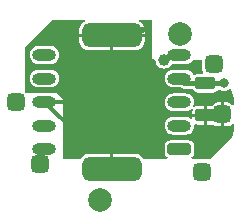
<source format=gtl>
G04 Layer_Physical_Order=1*
G04 Layer_Color=255*
%FSLAX25Y25*%
%MOIN*%
G70*
G01*
G75*
G04:AMPARAMS|DCode=10|XSize=196.85mil|YSize=78.74mil|CornerRadius=19.69mil|HoleSize=0mil|Usage=FLASHONLY|Rotation=180.000|XOffset=0mil|YOffset=0mil|HoleType=Round|Shape=RoundedRectangle|*
%AMROUNDEDRECTD10*
21,1,0.19685,0.03937,0,0,180.0*
21,1,0.15748,0.07874,0,0,180.0*
1,1,0.03937,-0.07874,0.01969*
1,1,0.03937,0.07874,0.01969*
1,1,0.03937,0.07874,-0.01969*
1,1,0.03937,-0.07874,-0.01969*
%
%ADD10ROUNDEDRECTD10*%
%ADD11O,0.07874X0.03937*%
G04:AMPARAMS|DCode=12|XSize=39.37mil|YSize=78.74mil|CornerRadius=9.84mil|HoleSize=0mil|Usage=FLASHONLY|Rotation=90.000|XOffset=0mil|YOffset=0mil|HoleType=Round|Shape=RoundedRectangle|*
%AMROUNDEDRECTD12*
21,1,0.03937,0.05906,0,0,90.0*
21,1,0.01969,0.07874,0,0,90.0*
1,1,0.01969,0.02953,0.00984*
1,1,0.01969,0.02953,-0.00984*
1,1,0.01969,-0.02953,-0.00984*
1,1,0.01969,-0.02953,0.00984*
%
%ADD12ROUNDEDRECTD12*%
G04:AMPARAMS|DCode=13|XSize=66.93mil|YSize=43.31mil|CornerRadius=10.83mil|HoleSize=0mil|Usage=FLASHONLY|Rotation=0.000|XOffset=0mil|YOffset=0mil|HoleType=Round|Shape=RoundedRectangle|*
%AMROUNDEDRECTD13*
21,1,0.06693,0.02165,0,0,0.0*
21,1,0.04528,0.04331,0,0,0.0*
1,1,0.02165,0.02264,-0.01083*
1,1,0.02165,-0.02264,-0.01083*
1,1,0.02165,-0.02264,0.01083*
1,1,0.02165,0.02264,0.01083*
%
%ADD13ROUNDEDRECTD13*%
%ADD14C,0.01181*%
%ADD15C,0.01575*%
G04:AMPARAMS|DCode=16|XSize=59.06mil|YSize=59.06mil|CornerRadius=14.76mil|HoleSize=0mil|Usage=FLASHONLY|Rotation=0.000|XOffset=0mil|YOffset=0mil|HoleType=Round|Shape=RoundedRectangle|*
%AMROUNDEDRECTD16*
21,1,0.05906,0.02953,0,0,0.0*
21,1,0.02953,0.05906,0,0,0.0*
1,1,0.02953,0.01476,-0.01476*
1,1,0.02953,-0.01476,-0.01476*
1,1,0.02953,-0.01476,0.01476*
1,1,0.02953,0.01476,0.01476*
%
%ADD16ROUNDEDRECTD16*%
%ADD17C,0.07874*%
%ADD18C,0.03150*%
%ADD19C,0.02362*%
%ADD20C,0.03937*%
G36*
X11811Y18406D02*
X12529Y18390D01*
X12770Y18110D01*
X12871Y17339D01*
X13169Y16621D01*
X13642Y16004D01*
X14259Y15531D01*
X14977Y15234D01*
X15748Y15132D01*
X16519Y15234D01*
X17237Y15531D01*
X17854Y16004D01*
X18327Y16621D01*
X18409Y16818D01*
X18896Y16754D01*
X22833D01*
X23604Y16856D01*
X24322Y17153D01*
X24939Y17626D01*
X25319Y18122D01*
X28397Y18057D01*
Y15157D01*
X28588Y14197D01*
X28808Y13867D01*
X28572Y13426D01*
X27264D01*
X26457Y13266D01*
X26089Y13020D01*
X25475Y13194D01*
X25412Y13346D01*
X24939Y13963D01*
X24322Y14436D01*
X23604Y14734D01*
X22833Y14836D01*
X18896D01*
X18125Y14734D01*
X17406Y14436D01*
X16790Y13963D01*
X16316Y13346D01*
X16019Y12628D01*
X15917Y11857D01*
X16019Y11086D01*
X16316Y10368D01*
X16790Y9751D01*
X17406Y9278D01*
X18125Y8980D01*
X18896Y8879D01*
X21328D01*
X21794Y8567D01*
X22485Y8430D01*
X25300D01*
X25317Y8347D01*
X25774Y7663D01*
X26457Y7207D01*
X27264Y7046D01*
X31791D01*
X32598Y7207D01*
X33281Y7663D01*
X33558Y8077D01*
X33562Y8081D01*
X34172Y8197D01*
X34190Y8191D01*
X34438Y8001D01*
X35060Y7743D01*
X35728Y7655D01*
X36396Y7743D01*
X37019Y8001D01*
X37554Y8411D01*
X37572Y8435D01*
X38064Y8344D01*
X39075Y4921D01*
Y3053D01*
X38575Y2901D01*
X38399Y3163D01*
X37580Y3711D01*
X36614Y3903D01*
X35638D01*
Y-98D01*
Y-4100D01*
X36614D01*
X37580Y-3907D01*
X38399Y-3360D01*
X38575Y-3098D01*
X39075Y-3250D01*
Y-4525D01*
X38948Y-5380D01*
X38335Y-7826D01*
X37402Y-8760D01*
X31201Y-14961D01*
X24955D01*
X24803Y-14461D01*
X25236Y-14171D01*
X25671Y-13520D01*
X25824Y-12752D01*
Y-10784D01*
X25671Y-10015D01*
X25236Y-9364D01*
X24585Y-8929D01*
X23817Y-8776D01*
X17911D01*
X17143Y-8929D01*
X16492Y-9364D01*
X16057Y-10015D01*
X15904Y-10784D01*
Y-12752D01*
X16057Y-13520D01*
X16492Y-14171D01*
X16925Y-14461D01*
X16774Y-14961D01*
X8897D01*
X8831Y-14802D01*
X8355Y-14182D01*
X7735Y-13706D01*
X7013Y-13407D01*
X6238Y-13305D01*
X-1136D01*
Y-18268D01*
X-2136D01*
Y-13305D01*
X-9510D01*
X-10285Y-13407D01*
X-11007Y-13706D01*
X-11627Y-14182D01*
X-12103Y-14802D01*
X-12168Y-14961D01*
X-18110D01*
Y5118D01*
X-19980Y6988D01*
X-30311D01*
X-30509Y7286D01*
X-30610Y7353D01*
Y22244D01*
X-21358Y31496D01*
X-10618D01*
X-10519Y30996D01*
X-11007Y30794D01*
X-11627Y30318D01*
X-12103Y29698D01*
X-12402Y28976D01*
X-12504Y28201D01*
Y26732D01*
X-1636D01*
X9232D01*
Y28201D01*
X9130Y28976D01*
X8831Y29698D01*
X8355Y30318D01*
X7735Y30794D01*
X7247Y30996D01*
X7346Y31496D01*
X11811D01*
Y18406D01*
D02*
G37*
%LPC*%
G36*
X22833Y6961D02*
X18896D01*
X18125Y6859D01*
X17406Y6561D01*
X16790Y6088D01*
X16316Y5471D01*
X16019Y4753D01*
X15917Y3982D01*
X16019Y3211D01*
X16316Y2493D01*
X16790Y1876D01*
X17406Y1403D01*
X18125Y1106D01*
X18896Y1004D01*
X22833D01*
X23604Y1106D01*
X24322Y1403D01*
X24939Y1876D01*
X25034Y2001D01*
X25441Y1710D01*
X25302Y1502D01*
X25140Y689D01*
Y106D01*
X29028D01*
Y2812D01*
X27264D01*
X26451Y2651D01*
X25819Y2229D01*
X25526Y2419D01*
X25423Y2519D01*
X25709Y3211D01*
X25811Y3982D01*
X25709Y4753D01*
X25412Y5471D01*
X24939Y6088D01*
X24322Y6561D01*
X23604Y6859D01*
X22833Y6961D01*
D02*
G37*
G36*
X29028Y-894D02*
X25140D01*
Y-1311D01*
X24771Y-1544D01*
X24651Y-1566D01*
X24322Y-1314D01*
X23604Y-1016D01*
X22833Y-915D01*
X18896D01*
X18125Y-1016D01*
X17406Y-1314D01*
X16790Y-1787D01*
X16316Y-2404D01*
X16019Y-3122D01*
X15917Y-3893D01*
X16019Y-4664D01*
X16316Y-5382D01*
X16790Y-5999D01*
X17406Y-6472D01*
X18125Y-6769D01*
X18896Y-6871D01*
X22833D01*
X23604Y-6769D01*
X24322Y-6472D01*
X24939Y-5999D01*
X25412Y-5382D01*
X25709Y-4664D01*
X25811Y-3893D01*
X25770Y-3585D01*
X26237Y-3295D01*
X26451Y-3438D01*
X27264Y-3600D01*
X29028D01*
Y-894D01*
D02*
G37*
G36*
X34638Y3903D02*
X33661D01*
X32695Y3711D01*
X31876Y3163D01*
X31642Y2812D01*
X30028D01*
Y-394D01*
Y-3600D01*
X31791D01*
X32133Y-3532D01*
X32695Y-3907D01*
X33661Y-4100D01*
X34638D01*
Y-98D01*
Y3903D01*
D02*
G37*
G36*
X-22167Y14836D02*
X-26104D01*
X-26875Y14734D01*
X-27593Y14436D01*
X-28210Y13963D01*
X-28684Y13346D01*
X-28981Y12628D01*
X-29083Y11857D01*
X-28981Y11086D01*
X-28684Y10368D01*
X-28210Y9751D01*
X-27593Y9278D01*
X-26875Y8980D01*
X-26104Y8879D01*
X-22167D01*
X-21396Y8980D01*
X-20678Y9278D01*
X-20061Y9751D01*
X-19588Y10368D01*
X-19291Y11086D01*
X-19189Y11857D01*
X-19291Y12628D01*
X-19588Y13346D01*
X-20061Y13963D01*
X-20678Y14436D01*
X-21396Y14734D01*
X-22167Y14836D01*
D02*
G37*
G36*
X9232Y25732D02*
X-1136D01*
Y21270D01*
X6238D01*
X7013Y21372D01*
X7735Y21671D01*
X8355Y22147D01*
X8831Y22767D01*
X9130Y23489D01*
X9232Y24264D01*
Y25732D01*
D02*
G37*
G36*
X-2136D02*
X-12504D01*
Y24264D01*
X-12402Y23489D01*
X-12103Y22767D01*
X-11627Y22147D01*
X-11007Y21671D01*
X-10285Y21372D01*
X-9510Y21270D01*
X-2136D01*
Y25732D01*
D02*
G37*
G36*
X-22167Y22711D02*
X-26104D01*
X-26875Y22609D01*
X-27593Y22311D01*
X-28210Y21838D01*
X-28684Y21221D01*
X-28981Y20503D01*
X-29083Y19732D01*
X-28981Y18961D01*
X-28684Y18243D01*
X-28210Y17626D01*
X-27593Y17153D01*
X-26875Y16856D01*
X-26104Y16754D01*
X-22167D01*
X-21396Y16856D01*
X-20678Y17153D01*
X-20061Y17626D01*
X-19588Y18243D01*
X-19291Y18961D01*
X-19189Y19732D01*
X-19291Y20503D01*
X-19588Y21221D01*
X-20061Y21838D01*
X-20678Y22311D01*
X-21396Y22609D01*
X-22167Y22711D01*
D02*
G37*
%LPD*%
D10*
X-1636Y-18268D02*
D03*
Y26232D02*
D03*
D11*
X-24136Y19732D02*
D03*
Y11857D02*
D03*
Y-3893D02*
D03*
Y3982D02*
D03*
Y-11768D02*
D03*
X20864Y19732D02*
D03*
Y11857D02*
D03*
Y3982D02*
D03*
Y-3893D02*
D03*
D12*
Y-11768D02*
D03*
D13*
X29528Y-394D02*
D03*
Y10236D02*
D03*
D14*
X-17791Y-2362D02*
X2067D01*
X-24136Y3982D02*
X-17791Y-2362D01*
X5852Y3982D02*
X8858Y6988D01*
X-24136Y3982D02*
X5852D01*
X-5118Y-12598D02*
X6102Y-1378D01*
X11220D01*
X11417Y-1181D01*
D15*
X29528Y10236D02*
X35728D01*
X20864Y11857D02*
X22485Y10236D01*
X29528D01*
X-25787Y-12829D02*
X-24136Y-11177D01*
X-25787Y-16634D02*
Y-12829D01*
X-26772Y-15650D02*
X-25787Y-16634D01*
D16*
X-33760Y4035D02*
D03*
X28248Y-19291D02*
D03*
X32382Y16634D02*
D03*
X-25787Y-16634D02*
D03*
X35138Y-98D02*
D03*
D17*
X21134Y26694D02*
D03*
X-5512Y-28637D02*
D03*
D18*
X35728Y10236D02*
D03*
D19*
X8858Y-12795D02*
D03*
X8957Y16437D02*
D03*
X8465Y28051D02*
D03*
X8858Y6988D02*
D03*
X8957Y1772D02*
D03*
X9154Y-5807D02*
D03*
X33268Y-8465D02*
D03*
D20*
X15748Y18110D02*
D03*
M02*

</source>
